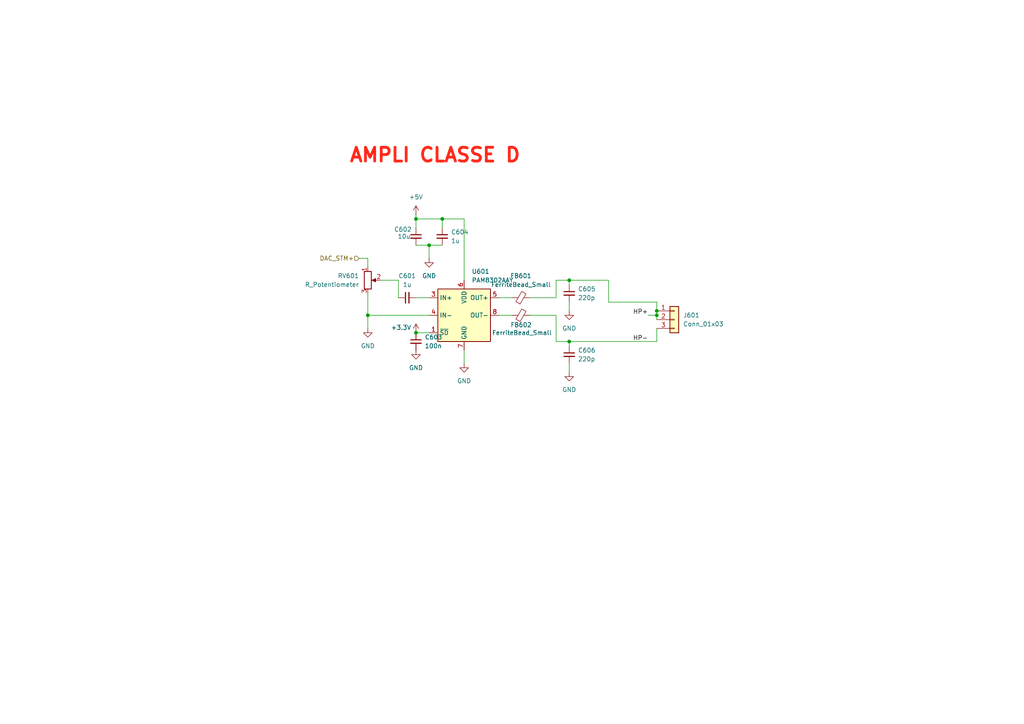
<source format=kicad_sch>
(kicad_sch (version 20231120) (generator "eeschema") (generator_version "8.0")
  (paper "A4")
  (lib_symbols
    (symbol "Amplifier_Audio:PAM8302AAY"
      (property "Reference" "U" (at 7.62 11.43 0))
      (property "Value" "PAM8302AAY" (at 7.62 8.89 0))
      (symbol "PAM8302AAY_0_1"
        (rectangle (start -7.62 7.62) (end 7.62 -7.62) (stroke (width 0.254)) (fill (type background)))
      )
      (symbol "PAM8302AAY_1_1"
        (pin input line (at -10.16 -5.08 0) (length 2.54) (name "~{SD}") (number "1"))
        (pin no_connect line (at 7.62 -5.08 180) (length 2.54) hide (name "NC") (number "2"))
        (pin input line (at -10.16 5.08 0) (length 2.54) (name "IN+") (number "3"))
        (pin input line (at -10.16 0 0) (length 2.54) (name "IN-") (number "4"))
        (pin output line (at 10.16 5.08 180) (length 2.54) (name "OUT+") (number "5"))
        (pin power_in line (at 0 10.16 270) (length 2.54) (name "VDD") (number "6"))
        (pin power_in line (at 0 -10.16 90) (length 2.54) (name "GND") (number "7"))
        (pin output line (at 10.16 0 180) (length 2.54) (name "OUT-") (number "8"))
      )
    )
    (symbol "Connector_Generic:Conn_01x03" (pin_names (offset 1.016) hide)
      (property "Reference" "J" (at 0 5.08 0))
      (property "Value" "Conn_01x03" (at 0 -5.08 0))
      (symbol "Conn_01x03_1_1"
        (rectangle (start -1.27 -2.413) (end 0 -2.667) (stroke (width 0.1524)))
        (rectangle (start -1.27 0.127) (end 0 -0.127) (stroke (width 0.1524)))
        (rectangle (start -1.27 2.667) (end 0 2.413) (stroke (width 0.1524)))
        (rectangle (start -1.27 3.81) (end 1.27 -3.81) (stroke (width 0.254)) (fill (type background)))
        (pin passive line (at -5.08 2.54 0) (length 3.81) (name "Pin_1") (number "1"))
        (pin passive line (at -5.08 0 0) (length 3.81) (name "Pin_2") (number "2"))
        (pin passive line (at -5.08 -2.54 0) (length 3.81) (name "Pin_3") (number "3"))
      )
    )
    (symbol "Device:C_Small" (pin_numbers hide) (pin_names (offset 0.254) hide)
      (property "Reference" "C" (at 0.254 1.778 0))
      (property "Value" "C_Small" (at 0.254 -2.032 0))
      (symbol "C_Small_0_1"
        (polyline (pts (xy -1.524 -0.508) (xy 1.524 -0.508)) (stroke (width 0.3302)))
        (polyline (pts (xy -1.524 0.508) (xy 1.524 0.508)) (stroke (width 0.3048)))
      )
      (symbol "C_Small_1_1"
        (pin passive line (at 0 2.54 270) (length 2.032) (name "~") (number "1"))
        (pin passive line (at 0 -2.54 90) (length 2.032) (name "~") (number "2"))
      )
    )
    (symbol "Device:FerriteBead_Small" (pin_numbers hide) (pin_names (offset 0))
      (property "Reference" "FB" (at 1.905 1.27 0))
      (property "Value" "FerriteBead_Small" (at 1.905 -1.27 0))
      (symbol "FerriteBead_Small_0_1"
        (polyline (pts (xy 0 -1.27) (xy 0 -0.7874)))
        (polyline (pts (xy 0 0.889) (xy 0 1.2954)))
        (polyline (pts (xy -1.8288 0.2794) (xy -1.1176 1.4986) (xy 1.8288 -0.2032) (xy 1.1176 -1.4224) (xy -1.8288 0.2794)))
      )
      (symbol "FerriteBead_Small_1_1"
        (pin passive line (at 0 2.54 270) (length 1.27) (name "~") (number "1"))
        (pin passive line (at 0 -2.54 90) (length 1.27) (name "~") (number "2"))
      )
    )
    (symbol "Device:R_Potentiometer" (pin_names (offset 1.016) hide)
      (property "Reference" "RV" (at -4.445 0 90))
      (property "Value" "R_Potentiometer" (at -2.54 0 90))
      (symbol "R_Potentiometer_0_1"
        (polyline (pts (xy 2.54 0) (xy 1.524 0)))
        (polyline (pts (xy 1.143 0) (xy 2.286 0.508) (xy 2.286 -0.508) (xy 1.143 0)) (fill (type outline)))
        (rectangle (start 1.016 2.54) (end -1.016 -2.54) (stroke (width 0.254)))
      )
      (symbol "R_Potentiometer_1_1"
        (pin passive line (at 0 3.81 270) (length 1.27) (name "1") (number "1"))
        (pin passive line (at 3.81 0 180) (length 1.27) (name "2") (number "2"))
        (pin passive line (at 0 -3.81 90) (length 1.27) (name "3") (number "3"))
      )
    )
    (symbol "power:+3.3V" (power) (pin_numbers hide) (pin_names (offset 0) hide)
      (property "Value" "+3.3V" (at 0 3.556 0))
      (symbol "+3.3V_0_1"
        (polyline (pts (xy -0.762 1.27) (xy 0 2.54)))
        (polyline (pts (xy 0 0) (xy 0 2.54)))
        (polyline (pts (xy 0 2.54) (xy 0.762 1.27)))
      )
      (symbol "+3.3V_1_1"
        (pin power_in line (at 0 0 90) (length 0) (name "~") (number "1"))
      )
    )
    (symbol "power:+5V" (power) (pin_numbers hide) (pin_names (offset 0) hide)
      (property "Value" "+5V" (at 0 3.556 0))
      (symbol "+5V_0_1"
        (polyline (pts (xy -0.762 1.27) (xy 0 2.54)))
        (polyline (pts (xy 0 0) (xy 0 2.54)))
        (polyline (pts (xy 0 2.54) (xy 0.762 1.27)))
      )
      (symbol "+5V_1_1"
        (pin power_in line (at 0 0 90) (length 0) (name "~") (number "1"))
      )
    )
    (symbol "power:GND" (power) (pin_numbers hide) (pin_names (offset 0) hide)
      (property "Value" "GND" (at 0 -3.81 0))
      (symbol "GND_0_1"
        (polyline (pts (xy 0 0) (xy 0 -1.27) (xy 1.27 -1.27) (xy 0 -2.54) (xy -1.27 -1.27) (xy 0 -1.27)))
      )
      (symbol "GND_1_1"
        (pin power_in line (at 0 0 270) (length 0) (name "~") (number "1"))
      )
    )
  )
  (junction (at 124.46 71.12))
  (junction (at 190.5 91.44))
  (junction (at 165.1 81.28))
  (junction (at 120.65 63.5))
  (junction (at 106.68 91.44))
  (junction (at 190.5 90.17))
  (junction (at 165.1 99.06))
  (junction (at 120.65 96.52))
  (junction (at 128.27 63.5))
  (wire (pts (xy 106.68 77.47) (xy 106.68 74.93)))
  (wire (pts (xy 161.29 99.06) (xy 161.29 91.44)))
  (wire (pts (xy 176.53 87.63) (xy 190.5 87.63)))
  (wire (pts (xy 106.68 95.25) (xy 106.68 91.44)))
  (wire (pts (xy 190.5 99.06) (xy 190.5 95.25)))
  (wire (pts (xy 165.1 87.63) (xy 165.1 90.17)))
  (wire (pts (xy 128.27 63.5) (xy 134.62 63.5)))
  (wire (pts (xy 161.29 99.06) (xy 165.1 99.06)))
  (wire (pts (xy 176.53 81.28) (xy 176.53 87.63)))
  (wire (pts (xy 176.53 81.28) (xy 165.1 81.28)))
  (wire (pts (xy 144.78 86.36) (xy 148.59 86.36)))
  (wire (pts (xy 128.27 63.5) (xy 128.27 66.04)))
  (wire (pts (xy 120.65 63.5) (xy 120.65 66.04)))
  (wire (pts (xy 106.68 74.93) (xy 104.14 74.93)))
  (wire (pts (xy 144.78 91.44) (xy 148.59 91.44)))
  (wire (pts (xy 165.1 99.06) (xy 165.1 100.33)))
  (wire (pts (xy 161.29 81.28) (xy 165.1 81.28)))
  (wire (pts (xy 110.49 81.28) (xy 115.57 81.28)))
  (wire (pts (xy 165.1 105.41) (xy 165.1 107.95)))
  (wire (pts (xy 161.29 86.36) (xy 153.67 86.36)))
  (wire (pts (xy 120.65 63.5) (xy 128.27 63.5)))
  (wire (pts (xy 106.68 91.44) (xy 124.46 91.44)))
  (wire (pts (xy 120.65 96.52) (xy 124.46 96.52)))
  (wire (pts (xy 115.57 81.28) (xy 115.57 86.36)))
  (wire (pts (xy 165.1 81.28) (xy 165.1 82.55)))
  (wire (pts (xy 120.65 62.23) (xy 120.65 63.5)))
  (wire (pts (xy 161.29 81.28) (xy 161.29 86.36)))
  (wire (pts (xy 190.5 91.44) (xy 190.5 92.71)))
  (wire (pts (xy 124.46 71.12) (xy 124.46 74.93)))
  (wire (pts (xy 120.65 71.12) (xy 124.46 71.12)))
  (wire (pts (xy 120.65 86.36) (xy 124.46 86.36)))
  (wire (pts (xy 187.96 91.44) (xy 190.5 91.44)))
  (wire (pts (xy 190.5 87.63) (xy 190.5 90.17)))
  (wire (pts (xy 161.29 91.44) (xy 153.67 91.44)))
  (wire (pts (xy 134.62 63.5) (xy 134.62 81.28)))
  (wire (pts (xy 106.68 91.44) (xy 106.68 85.09)))
  (wire (pts (xy 124.46 71.12) (xy 128.27 71.12)))
  (wire (pts (xy 134.62 101.6) (xy 134.62 105.41)))
  (wire (pts (xy 190.5 90.17) (xy 190.5 91.44)))
  (wire (pts (xy 165.1 99.06) (xy 190.5 99.06)))
  (text "AMPLI CLASSE D\n" (at 101.092 47.498 0) (effects (font (size 4 4) (thickness 0.8) (bold yes)) (justify left bottom)))
  (label "HP+" (at 187.96 91.44 180))
  (label "HP-" (at 187.96 99.06 180))
  (hierarchical_label "DAC_STM+" (shape input) (at 104.14 74.93 180))
  (symbol (lib_id "Device:C_Small") (at 118.11 86.36 90) (unit 1) (on_board no)
    (property "Reference" "C601" (at 118.1163 80.01 90))
    (property "Value" "1u" (at 118.1163 82.55 90))
    (property "Footprint" "Capacitor_SMD:C_0603_1608Metric" (effects (hide yes)))
    (property "Description" "Unpolarized capacitor, small symbol" (effects (hide yes)))
  )
  (symbol (lib_id "Device:C_Small") (at 165.1 102.87 0) (unit 1) (on_board no)
    (property "Reference" "C606" (at 167.64 101.6062 0) (effects (justify left)))
    (property "Value" "220p" (at 167.64 104.1462 0) (effects (justify left)))
    (property "Footprint" "Capacitor_SMD:C_0402_1005Metric" (effects (hide yes)))
    (property "Description" "Unpolarized capacitor, small symbol" (effects (hide yes)))
  )
  (symbol (lib_id "Device:C_Small") (at 165.1 85.09 0) (unit 1) (on_board no)
    (property "Reference" "C605" (at 167.64 83.8262 0) (effects (justify left)))
    (property "Value" "220p" (at 167.64 86.3662 0) (effects (justify left)))
    (property "Footprint" "Capacitor_SMD:C_0402_1005Metric" (effects (hide yes)))
    (property "Description" "Unpolarized capacitor, small symbol" (effects (hide yes)))
  )
  (symbol (lib_id "Device:C_Small") (at 128.27 68.58 0) (unit 1) (on_board no)
    (property "Reference" "C604" (at 130.81 67.3162 0) (effects (justify left)))
    (property "Value" "1u" (at 130.81 69.8562 0) (effects (justify left)))
    (property "Footprint" "Capacitor_SMD:C_0603_1608Metric" (effects (hide yes)))
    (property "Description" "Unpolarized capacitor, small symbol" (effects (hide yes)))
  )
  (symbol (lib_id "power:GND") (at 134.62 105.41 0) (unit 1) (on_board no)
    (property "Reference" "#PWR0606" (effects (hide yes)))
    (property "Value" "GND" (at 134.62 110.49 0))
    (property "Description" "Power symbol creates a global label with name \"GND\" , ground" (effects (hide yes)))
  )
  (symbol (lib_id "power:+3.3V") (at 120.65 96.52 0) (unit 1) (on_board no)
    (property "Reference" "#PWR0603" (effects (hide yes)))
    (property "Value" "+3.3V" (at 116.332 94.996 0))
    (property "Description" "Power symbol creates a global label with name \"+3.3V\"" (effects (hide yes)))
  )
  (symbol (lib_id "Connector_Generic:Conn_01x03") (at 195.58 92.71 0) (unit 1) (on_board no)
    (property "Reference" "J601" (at 198.12 91.4399 0) (effects (justify left)))
    (property "Value" "Conn_01x03" (at 198.12 93.9799 0) (effects (justify left)))
    (property "Footprint" "Connector_JST:JST_XH_S3B-XH-A_1x03_P2.50mm_Horizontal" (effects (hide yes)))
    (property "Description" "Generic connector, single row, 01x03, script generated (kicad-library-utils/schlib/autogen/connector/)" (effects (hide yes)))
  )
  (symbol (lib_id "power:+5V") (at 120.65 62.23 0) (unit 1) (on_board no)
    (property "Reference" "#PWR0602" (effects (hide yes)))
    (property "Value" "+5V" (at 120.65 57.15 0))
    (property "Description" "Power symbol creates a global label with name \"+5V\"" (effects (hide yes)))
  )
  (symbol (lib_id "Amplifier_Audio:PAM8302AAY") (at 134.62 91.44 0) (unit 1) (on_board no)
    (property "Reference" "U601" (at 136.8141 78.74 0) (effects (justify left)))
    (property "Value" "PAM8302AAY" (at 136.8141 81.28 0) (effects (justify left)))
    (property "Footprint" "Tom&Jerry:DFN300X300X80-8N" (effects (hide yes)))
    (property "Datasheet" "https://www.diodes.com/assets/Datasheets/PAM8302A.pdf" (effects (hide yes)))
    (property "Description" "2.5W Filterless Class-D Mono Audio Amplifier, DFN-8" (effects (hide yes)))
  )
  (symbol (lib_id "power:GND") (at 120.65 101.6 0) (unit 1) (on_board no)
    (property "Reference" "#PWR0604" (effects (hide yes)))
    (property "Value" "GND" (at 120.65 106.68 0))
    (property "Description" "Power symbol creates a global label with name \"GND\" , ground" (effects (hide yes)))
  )
  (symbol (lib_id "power:GND") (at 165.1 107.95 0) (unit 1) (on_board no)
    (property "Reference" "#PWR0608" (effects (hide yes)))
    (property "Value" "GND" (at 165.1 113.03 0))
    (property "Description" "Power symbol creates a global label with name \"GND\" , ground" (effects (hide yes)))
  )
  (symbol (lib_id "Device:FerriteBead_Small") (at 151.13 86.36 90) (unit 1) (on_board no)
    (property "Reference" "FB601" (at 151.0919 80.01 90))
    (property "Value" "FerriteBead_Small" (at 151.0919 82.55 90))
    (property "Footprint" "Inductor_SMD:L_0805_2012Metric" (effects (hide yes)))
    (property "Description" "Ferrite bead, small symbol" (effects (hide yes)))
  )
  (symbol (lib_id "Device:R_Potentiometer") (at 106.68 81.28 0) (unit 1) (on_board no)
    (property "Reference" "RV601" (at 104.14 80.0099 0) (effects (justify right)))
    (property "Value" "R_Potentiometer" (at 104.14 82.5499 0) (effects (justify right)))
    (property "Description" "Potentiometer" (effects (hide yes)))
  )
  (symbol (lib_id "power:GND") (at 165.1 90.17 0) (unit 1) (on_board no)
    (property "Reference" "#PWR0607" (effects (hide yes)))
    (property "Value" "GND" (at 165.1 95.25 0))
    (property "Description" "Power symbol creates a global label with name \"GND\" , ground" (effects (hide yes)))
  )
  (symbol (lib_id "power:GND") (at 124.46 74.93 0) (unit 1) (on_board no)
    (property "Reference" "#PWR0605" (effects (hide yes)))
    (property "Value" "GND" (at 124.46 80.01 0))
    (property "Description" "Power symbol creates a global label with name \"GND\" , ground" (effects (hide yes)))
  )
  (symbol (lib_id "Device:C_Small") (at 120.65 68.58 0) (unit 1) (on_board no)
    (property "Reference" "C602" (at 114.3 66.548 0) (effects (justify left)))
    (property "Value" "10u" (at 115.316 68.58 0) (effects (justify left)))
    (property "Footprint" "Capacitor_SMD:C_0603_1608Metric" (effects (hide yes)))
    (property "Description" "Unpolarized capacitor, small symbol" (effects (hide yes)))
  )
  (symbol (lib_id "Device:C_Small") (at 120.65 99.06 0) (unit 1) (on_board no)
    (property "Reference" "C603" (at 123.19 97.7962 0) (effects (justify left)))
    (property "Value" "100n" (at 123.19 100.3362 0) (effects (justify left)))
    (property "Footprint" "Capacitor_SMD:C_0402_1005Metric" (effects (hide yes)))
    (property "Description" "Unpolarized capacitor, small symbol" (effects (hide yes)))
  )
  (symbol (lib_id "power:GND") (at 106.68 95.25 0) (unit 1) (on_board no)
    (property "Reference" "#PWR0601" (effects (hide yes)))
    (property "Value" "GND" (at 106.68 100.33 0))
    (property "Description" "Power symbol creates a global label with name \"GND\" , ground" (effects (hide yes)))
  )
  (symbol (lib_id "Device:FerriteBead_Small") (at 151.13 91.44 90) (unit 1) (on_board no)
    (property "Reference" "FB602" (at 151.13 94.234 90))
    (property "Value" "FerriteBead_Small" (at 151.384 96.52 90))
    (property "Footprint" "Inductor_SMD:L_0805_2012Metric" (effects (hide yes)))
    (property "Description" "Ferrite bead, small symbol" (effects (hide yes)))
  )
)
</source>
